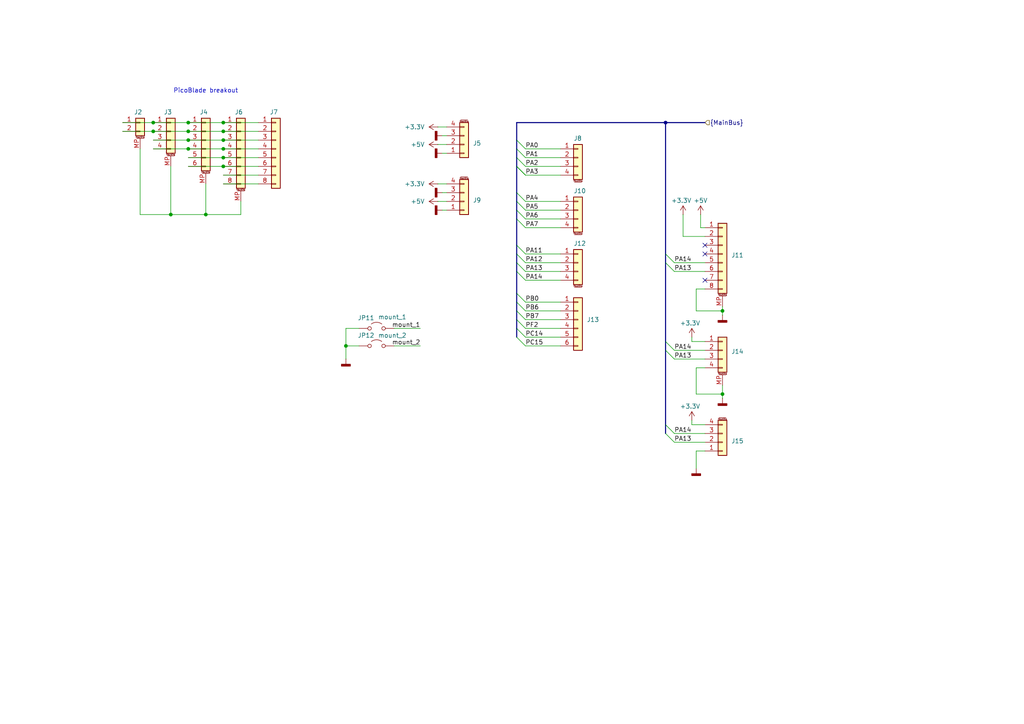
<source format=kicad_sch>
(kicad_sch (version 20231120) (generator "eeschema") (generator_version "8.0")
  (paper "A4")
  (lib_symbols
    (symbol "Conn_01x04_MountingPin_1" (pin_names (offset 1.016) hide)
      (property "Reference" "J4" (at 2.54 -0.3555 0))
      (property "Value" "Conn_01x04_MountingPin" (at 2.54 -2.8955 0))
      (symbol "Conn_01x04_MountingPin_1_1_1"
        (rectangle (start -1.27 -4.953) (end 0 -5.207) (stroke (width 0.1524)))
        (rectangle (start -1.27 -2.413) (end 0 -2.667) (stroke (width 0.1524)))
        (rectangle (start -1.27 0.127) (end 0 -0.127) (stroke (width 0.1524)))
        (rectangle (start -1.27 2.667) (end 0 2.413) (stroke (width 0.1524)))
        (rectangle (start -1.27 3.81) (end 1.27 -6.35) (stroke (width 0.254)) (fill (type background)))
        (polyline (pts (xy -1.016 -7.112) (xy 1.016 -7.112)) (stroke (width 0.1524)))
        (text "Mounting" (at 0 -6.731 0) (effects (font (size 0.381 0.381))))
        (pin passive line (at -5.08 2.54 0) (length 3.81) (name "Pin_1") (number "1"))
        (pin passive line (at -5.08 0 0) (length 3.81) (name "Pin_2") (number "2"))
        (pin passive line (at -5.08 -2.54 0) (length 3.81) (name "Pin_3") (number "3"))
        (pin passive line (at -5.08 -5.08 0) (length 3.81) (name "Pin_4") (number "4"))
      )
    )
    (symbol "Connector_Generic:Conn_01x06" (pin_names (offset 1.016) hide)
      (property "Reference" "J" (at 0 7.62 0))
      (property "Value" "Conn_01x06" (at 0 -10.16 0))
      (symbol "Conn_01x06_1_1"
        (rectangle (start -1.27 -7.493) (end 0 -7.747) (stroke (width 0.1524)))
        (rectangle (start -1.27 -4.953) (end 0 -5.207) (stroke (width 0.1524)))
        (rectangle (start -1.27 -2.413) (end 0 -2.667) (stroke (width 0.1524)))
        (rectangle (start -1.27 0.127) (end 0 -0.127) (stroke (width 0.1524)))
        (rectangle (start -1.27 2.667) (end 0 2.413) (stroke (width 0.1524)))
        (rectangle (start -1.27 5.207) (end 0 4.953) (stroke (width 0.1524)))
        (rectangle (start -1.27 6.35) (end 1.27 -8.89) (stroke (width 0.254)) (fill (type background)))
        (pin passive line (at -5.08 5.08 0) (length 3.81) (name "Pin_1") (number "1"))
        (pin passive line (at -5.08 2.54 0) (length 3.81) (name "Pin_2") (number "2"))
        (pin passive line (at -5.08 0 0) (length 3.81) (name "Pin_3") (number "3"))
        (pin passive line (at -5.08 -2.54 0) (length 3.81) (name "Pin_4") (number "4"))
        (pin passive line (at -5.08 -5.08 0) (length 3.81) (name "Pin_5") (number "5"))
        (pin passive line (at -5.08 -7.62 0) (length 3.81) (name "Pin_6") (number "6"))
      )
    )
    (symbol "Connector_Generic:Conn_01x08" (pin_names (offset 1.016) hide)
      (property "Reference" "J" (at 0 10.16 0))
      (property "Value" "Conn_01x08" (at 0 -12.7 0))
      (symbol "Conn_01x08_1_1"
        (rectangle (start -1.27 -10.033) (end 0 -10.287) (stroke (width 0.1524)))
        (rectangle (start -1.27 -7.493) (end 0 -7.747) (stroke (width 0.1524)))
        (rectangle (start -1.27 -4.953) (end 0 -5.207) (stroke (width 0.1524)))
        (rectangle (start -1.27 -2.413) (end 0 -2.667) (stroke (width 0.1524)))
        (rectangle (start -1.27 0.127) (end 0 -0.127) (stroke (width 0.1524)))
        (rectangle (start -1.27 2.667) (end 0 2.413) (stroke (width 0.1524)))
        (rectangle (start -1.27 5.207) (end 0 4.953) (stroke (width 0.1524)))
        (rectangle (start -1.27 7.747) (end 0 7.493) (stroke (width 0.1524)))
        (rectangle (start -1.27 8.89) (end 1.27 -11.43) (stroke (width 0.254)) (fill (type background)))
        (pin passive line (at -5.08 7.62 0) (length 3.81) (name "Pin_1") (number "1"))
        (pin passive line (at -5.08 5.08 0) (length 3.81) (name "Pin_2") (number "2"))
        (pin passive line (at -5.08 2.54 0) (length 3.81) (name "Pin_3") (number "3"))
        (pin passive line (at -5.08 0 0) (length 3.81) (name "Pin_4") (number "4"))
        (pin passive line (at -5.08 -2.54 0) (length 3.81) (name "Pin_5") (number "5"))
        (pin passive line (at -5.08 -5.08 0) (length 3.81) (name "Pin_6") (number "6"))
        (pin passive line (at -5.08 -7.62 0) (length 3.81) (name "Pin_7") (number "7"))
        (pin passive line (at -5.08 -10.16 0) (length 3.81) (name "Pin_8") (number "8"))
      )
    )
    (symbol "Connector_Generic_MountingPin:Conn_01x02_MountingPin" (pin_names (offset 1.016) hide)
      (property "Reference" "J" (at 0 2.54 0))
      (property "Value" "Conn_01x02_MountingPin" (at 1.27 -5.08 0))
      (symbol "Conn_01x02_MountingPin_1_1"
        (rectangle (start -1.27 -2.413) (end 0 -2.667) (stroke (width 0.1524)))
        (rectangle (start -1.27 0.127) (end 0 -0.127) (stroke (width 0.1524)))
        (rectangle (start -1.27 1.27) (end 1.27 -3.81) (stroke (width 0.254)) (fill (type background)))
        (polyline (pts (xy -1.016 -4.572) (xy 1.016 -4.572)) (stroke (width 0.1524)))
        (text "Mounting" (at 0 -4.191 0) (effects (font (size 0.381 0.381))))
        (pin passive line (at -5.08 0 0) (length 3.81) (name "Pin_1") (number "1"))
        (pin passive line (at -5.08 -2.54 0) (length 3.81) (name "Pin_2") (number "2"))
        (pin passive line (at 0 -7.62 90) (length 3.048) (name "MountPin") (number "MP"))
      )
    )
    (symbol "Connector_Generic_MountingPin:Conn_01x04_MountingPin" (pin_names (offset 1.016) hide)
      (property "Reference" "J" (at 0 5.08 0))
      (property "Value" "Conn_01x04_MountingPin" (at 1.27 -7.62 0))
      (symbol "Conn_01x04_MountingPin_1_1"
        (rectangle (start -1.27 -4.953) (end 0 -5.207) (stroke (width 0.1524)))
        (rectangle (start -1.27 -2.413) (end 0 -2.667) (stroke (width 0.1524)))
        (rectangle (start -1.27 0.127) (end 0 -0.127) (stroke (width 0.1524)))
        (rectangle (start -1.27 2.667) (end 0 2.413) (stroke (width 0.1524)))
        (rectangle (start -1.27 3.81) (end 1.27 -6.35) (stroke (width 0.254)) (fill (type background)))
        (polyline (pts (xy -1.016 -7.112) (xy 1.016 -7.112)) (stroke (width 0.1524)))
        (text "Mounting" (at 0 -6.731 0) (effects (font (size 0.381 0.381))))
        (pin passive line (at -5.08 2.54 0) (length 3.81) (name "Pin_1") (number "1"))
        (pin passive line (at -5.08 0 0) (length 3.81) (name "Pin_2") (number "2"))
        (pin passive line (at -5.08 -2.54 0) (length 3.81) (name "Pin_3") (number "3"))
        (pin passive line (at -5.08 -5.08 0) (length 3.81) (name "Pin_4") (number "4"))
        (pin passive line (at 0 -10.16 90) (length 3.048) (name "MountPin") (number "MP"))
      )
    )
    (symbol "Connector_Generic_MountingPin:Conn_01x06_MountingPin" (pin_names (offset 1.016) hide)
      (property "Reference" "J" (at 0 7.62 0))
      (property "Value" "Conn_01x06_MountingPin" (at 1.27 -10.16 0))
      (symbol "Conn_01x06_MountingPin_1_1"
        (rectangle (start -1.27 -7.493) (end 0 -7.747) (stroke (width 0.1524)))
        (rectangle (start -1.27 -4.953) (end 0 -5.207) (stroke (width 0.1524)))
        (rectangle (start -1.27 -2.413) (end 0 -2.667) (stroke (width 0.1524)))
        (rectangle (start -1.27 0.127) (end 0 -0.127) (stroke (width 0.1524)))
        (rectangle (start -1.27 2.667) (end 0 2.413) (stroke (width 0.1524)))
        (rectangle (start -1.27 5.207) (end 0 4.953) (stroke (width 0.1524)))
        (rectangle (start -1.27 6.35) (end 1.27 -8.89) (stroke (width 0.254)) (fill (type background)))
        (polyline (pts (xy -1.016 -9.652) (xy 1.016 -9.652)) (stroke (width 0.1524)))
        (text "Mounting" (at 0 -9.271 0) (effects (font (size 0.381 0.381))))
        (pin passive line (at -5.08 5.08 0) (length 3.81) (name "Pin_1") (number "1"))
        (pin passive line (at -5.08 2.54 0) (length 3.81) (name "Pin_2") (number "2"))
        (pin passive line (at -5.08 0 0) (length 3.81) (name "Pin_3") (number "3"))
        (pin passive line (at -5.08 -2.54 0) (length 3.81) (name "Pin_4") (number "4"))
        (pin passive line (at -5.08 -5.08 0) (length 3.81) (name "Pin_5") (number "5"))
        (pin passive line (at -5.08 -7.62 0) (length 3.81) (name "Pin_6") (number "6"))
        (pin passive line (at 0 -12.7 90) (length 3.048) (name "MountPin") (number "MP"))
      )
    )
    (symbol "Connector_Generic_MountingPin:Conn_01x08_MountingPin" (pin_names (offset 1.016) hide)
      (property "Reference" "J" (at 0 10.16 0))
      (property "Value" "Conn_01x08_MountingPin" (at 1.27 -12.7 0))
      (symbol "Conn_01x08_MountingPin_1_1"
        (rectangle (start -1.27 -10.033) (end 0 -10.287) (stroke (width 0.1524)))
        (rectangle (start -1.27 -7.493) (end 0 -7.747) (stroke (width 0.1524)))
        (rectangle (start -1.27 -4.953) (end 0 -5.207) (stroke (width 0.1524)))
        (rectangle (start -1.27 -2.413) (end 0 -2.667) (stroke (width 0.1524)))
        (rectangle (start -1.27 0.127) (end 0 -0.127) (stroke (width 0.1524)))
        (rectangle (start -1.27 2.667) (end 0 2.413) (stroke (width 0.1524)))
        (rectangle (start -1.27 5.207) (end 0 4.953) (stroke (width 0.1524)))
        (rectangle (start -1.27 7.747) (end 0 7.493) (stroke (width 0.1524)))
        (rectangle (start -1.27 8.89) (end 1.27 -11.43) (stroke (width 0.254)) (fill (type background)))
        (polyline (pts (xy -1.016 -12.192) (xy 1.016 -12.192)) (stroke (width 0.1524)))
        (text "Mounting" (at 0 -11.811 0) (effects (font (size 0.381 0.381))))
        (pin passive line (at -5.08 7.62 0) (length 3.81) (name "Pin_1") (number "1"))
        (pin passive line (at -5.08 5.08 0) (length 3.81) (name "Pin_2") (number "2"))
        (pin passive line (at -5.08 2.54 0) (length 3.81) (name "Pin_3") (number "3"))
        (pin passive line (at -5.08 0 0) (length 3.81) (name "Pin_4") (number "4"))
        (pin passive line (at -5.08 -2.54 0) (length 3.81) (name "Pin_5") (number "5"))
        (pin passive line (at -5.08 -5.08 0) (length 3.81) (name "Pin_6") (number "6"))
        (pin passive line (at -5.08 -7.62 0) (length 3.81) (name "Pin_7") (number "7"))
        (pin passive line (at -5.08 -10.16 0) (length 3.81) (name "Pin_8") (number "8"))
        (pin passive line (at 0 -15.24 90) (length 3.048) (name "MountPin") (number "MP"))
      )
    )
    (symbol "Jumper:Jumper_2_Open" (pin_numbers hide) (pin_names (offset 0) hide) (exclude_from_sim yes)
      (property "Reference" "JP" (at 0 2.794 0))
      (property "Value" "Jumper_2_Open" (at 0 -2.286 0))
      (symbol "Jumper_2_Open_0_0"
        (circle (center -2.032 0) (radius 0.508))
        (circle (center 2.032 0) (radius 0.508))
      )
      (symbol "Jumper_2_Open_0_1"
        (arc (start 1.524 1.27) (mid 0 1.778) (end -1.524 1.27))
      )
      (symbol "Jumper_2_Open_1_1"
        (pin passive line (at -5.08 0 0) (length 2.54) (name "A") (number "1"))
        (pin passive line (at 5.08 0 180) (length 2.54) (name "B") (number "2"))
      )
    )
    (symbol "power:+3.3V" (power) (pin_numbers hide) (pin_names (offset 0) hide)
      (property "Value" "+3.3V" (at 0 3.556 0))
      (symbol "+3.3V_0_1"
        (polyline (pts (xy -0.762 1.27) (xy 0 2.54)))
        (polyline (pts (xy 0 0) (xy 0 2.54)))
        (polyline (pts (xy 0 2.54) (xy 0.762 1.27)))
      )
      (symbol "+3.3V_1_1"
        (pin power_in line (at 0 0 90) (length 0) (name "~") (number "1"))
      )
    )
    (symbol "power:+5V" (power) (pin_numbers hide) (pin_names (offset 0) hide)
      (property "Value" "+5V" (at 0 3.556 0))
      (symbol "+5V_0_1"
        (polyline (pts (xy -0.762 1.27) (xy 0 2.54)))
        (polyline (pts (xy 0 0) (xy 0 2.54)))
        (polyline (pts (xy 0 2.54) (xy 0.762 1.27)))
      )
      (symbol "+5V_1_1"
        (pin power_in line (at 0 0 90) (length 0) (name "~") (number "1"))
      )
    )
    (symbol "power:GNDD" (power) (pin_numbers hide) (pin_names (offset 0) hide)
      (property "Value" "GNDD" (at 0 -3.175 0))
      (symbol "GNDD_0_1"
        (rectangle (start -1.27 -1.524) (end 1.27 -2.032) (stroke (width 0.254)) (fill (type outline)))
        (polyline (pts (xy 0 0) (xy 0 -1.524)))
      )
      (symbol "GNDD_1_1"
        (pin power_in line (at 0 0 270) (length 0) (name "~") (number "1"))
      )
    )
  )
  (junction (at 193.04 35.56))
  (junction (at 54.61 43.18))
  (junction (at 64.77 43.18))
  (junction (at 44.45 38.1))
  (junction (at 54.61 38.1))
  (junction (at 59.69 62.23))
  (junction (at 64.77 48.26))
  (junction (at 44.45 35.56))
  (junction (at 64.77 40.64))
  (junction (at 64.77 35.56))
  (junction (at 100.33 100.33))
  (junction (at 54.61 40.64))
  (junction (at 209.55 114.3))
  (junction (at 209.55 90.17))
  (junction (at 54.61 35.56))
  (junction (at 64.77 38.1))
  (junction (at 49.53 62.23))
  (junction (at 64.77 45.72))
  (no_connect (at 204.47 73.66))
  (no_connect (at 204.47 81.28))
  (no_connect (at 204.47 71.12))
  (bus_entry (at 149.86 71.12) (size 2.54 2.54))
  (bus_entry (at 149.86 76.2) (size 2.54 2.54))
  (bus_entry (at 149.86 40.64) (size 2.54 2.54))
  (bus_entry (at 149.86 55.88) (size 2.54 2.54))
  (bus_entry (at 149.86 58.42) (size 2.54 2.54))
  (bus_entry (at 149.86 60.96) (size 2.54 2.54))
  (bus_entry (at 149.86 97.79) (size 2.54 2.54))
  (bus_entry (at 193.04 99.06) (size 2.54 2.54))
  (bus_entry (at 149.86 45.72) (size 2.54 2.54))
  (bus_entry (at 149.86 73.66) (size 2.54 2.54))
  (bus_entry (at 149.86 85.09) (size 2.54 2.54))
  (bus_entry (at 149.86 78.74) (size 2.54 2.54))
  (bus_entry (at 193.04 125.73) (size 2.54 2.54))
  (bus_entry (at 149.86 43.18) (size 2.54 2.54))
  (bus_entry (at 193.04 76.2) (size 2.54 2.54))
  (bus_entry (at 149.86 90.17) (size 2.54 2.54))
  (bus_entry (at 149.86 95.25) (size 2.54 2.54))
  (bus_entry (at 149.86 63.5) (size 2.54 2.54))
  (bus_entry (at 149.86 92.71) (size 2.54 2.54))
  (bus_entry (at 193.04 123.19) (size 2.54 2.54))
  (bus_entry (at 149.86 48.26) (size 2.54 2.54))
  (bus_entry (at 193.04 73.66) (size 2.54 2.54))
  (bus_entry (at 149.86 87.63) (size 2.54 2.54))
  (bus_entry (at 193.04 101.6) (size 2.54 2.54))
  (wire (pts (xy 44.45 43.18) (xy 54.61 43.18)))
  (wire (pts (xy 152.4 50.8) (xy 162.56 50.8)))
  (wire (pts (xy 100.33 100.33) (xy 100.33 104.14)))
  (wire (pts (xy 127 53.34) (xy 129.54 53.34)))
  (wire (pts (xy 152.4 43.18) (xy 162.56 43.18)))
  (wire (pts (xy 149.86 48.26) (xy 152.4 50.8)))
  (wire (pts (xy 64.77 43.18) (xy 74.93 43.18)))
  (wire (pts (xy 59.69 62.23) (xy 69.85 62.23)))
  (bus (pts (xy 149.86 40.64) (xy 149.86 43.18)))
  (wire (pts (xy 44.45 40.64) (xy 54.61 40.64)))
  (wire (pts (xy 195.58 78.74) (xy 204.47 78.74)))
  (bus (pts (xy 149.86 73.66) (xy 149.86 76.2)))
  (bus (pts (xy 149.86 55.88) (xy 149.86 58.42)))
  (wire (pts (xy 152.4 58.42) (xy 162.56 58.42)))
  (wire (pts (xy 200.66 99.06) (xy 204.47 99.06)))
  (wire (pts (xy 201.93 83.82) (xy 201.93 90.17)))
  (bus (pts (xy 149.86 95.25) (xy 149.86 97.79)))
  (wire (pts (xy 35.56 38.1) (xy 44.45 38.1)))
  (bus (pts (xy 193.04 99.06) (xy 193.04 101.6)))
  (wire (pts (xy 54.61 45.72) (xy 64.77 45.72)))
  (wire (pts (xy 64.77 50.8) (xy 74.93 50.8)))
  (bus (pts (xy 149.86 92.71) (xy 149.86 95.25)))
  (wire (pts (xy 104.14 95.25) (xy 100.33 95.25)))
  (wire (pts (xy 54.61 38.1) (xy 64.77 38.1)))
  (wire (pts (xy 203.2 66.04) (xy 204.47 66.04)))
  (wire (pts (xy 54.61 35.56) (xy 64.77 35.56)))
  (wire (pts (xy 64.77 45.72) (xy 74.93 45.72)))
  (wire (pts (xy 40.64 62.23) (xy 49.53 62.23)))
  (bus (pts (xy 193.04 35.56) (xy 193.04 73.66)))
  (wire (pts (xy 195.58 104.14) (xy 204.47 104.14)))
  (wire (pts (xy 44.45 35.56) (xy 54.61 35.56)))
  (wire (pts (xy 152.4 48.26) (xy 162.56 48.26)))
  (wire (pts (xy 49.53 48.26) (xy 49.53 62.23)))
  (wire (pts (xy 54.61 48.26) (xy 64.77 48.26)))
  (wire (pts (xy 195.58 76.2) (xy 204.47 76.2)))
  (wire (pts (xy 64.77 53.34) (xy 74.93 53.34)))
  (wire (pts (xy 195.58 101.6) (xy 204.47 101.6)))
  (wire (pts (xy 64.77 35.56) (xy 74.93 35.56)))
  (wire (pts (xy 152.4 45.72) (xy 162.56 45.72)))
  (wire (pts (xy 204.47 130.81) (xy 201.93 130.81)))
  (wire (pts (xy 152.4 66.04) (xy 162.56 66.04)))
  (wire (pts (xy 152.4 60.96) (xy 162.56 60.96)))
  (wire (pts (xy 64.77 38.1) (xy 74.93 38.1)))
  (wire (pts (xy 54.61 40.64) (xy 64.77 40.64)))
  (bus (pts (xy 193.04 101.6) (xy 193.04 123.19)))
  (wire (pts (xy 201.93 130.81) (xy 201.93 135.89)))
  (bus (pts (xy 149.86 87.63) (xy 149.86 90.17)))
  (wire (pts (xy 152.4 63.5) (xy 162.56 63.5)))
  (wire (pts (xy 128.27 60.96) (xy 129.54 60.96)))
  (bus (pts (xy 149.86 63.5) (xy 149.86 71.12)))
  (wire (pts (xy 40.64 43.18) (xy 40.64 62.23)))
  (bus (pts (xy 204.47 35.56) (xy 193.04 35.56)))
  (wire (pts (xy 209.55 114.3) (xy 209.55 115.57)))
  (wire (pts (xy 209.55 91.44) (xy 209.55 90.17)))
  (wire (pts (xy 201.93 90.17) (xy 209.55 90.17)))
  (wire (pts (xy 200.66 97.79) (xy 200.66 99.06)))
  (bus (pts (xy 149.86 85.09) (xy 149.86 87.63)))
  (wire (pts (xy 152.4 87.63) (xy 162.56 87.63)))
  (wire (pts (xy 195.58 128.27) (xy 204.47 128.27)))
  (wire (pts (xy 152.4 73.66) (xy 162.56 73.66)))
  (wire (pts (xy 200.66 123.19) (xy 204.47 123.19)))
  (bus (pts (xy 149.86 45.72) (xy 149.86 48.26)))
  (wire (pts (xy 114.3 95.25) (xy 121.92 95.25)))
  (bus (pts (xy 149.86 76.2) (xy 149.86 78.74)))
  (wire (pts (xy 128.27 44.45) (xy 129.54 44.45)))
  (wire (pts (xy 198.12 68.58) (xy 204.47 68.58)))
  (wire (pts (xy 127 58.42) (xy 129.54 58.42)))
  (wire (pts (xy 152.4 81.28) (xy 162.56 81.28)))
  (wire (pts (xy 200.66 121.92) (xy 200.66 123.19)))
  (bus (pts (xy 193.04 73.66) (xy 193.04 76.2)))
  (wire (pts (xy 100.33 95.25) (xy 100.33 100.33)))
  (wire (pts (xy 35.56 35.56) (xy 44.45 35.56)))
  (bus (pts (xy 193.04 76.2) (xy 193.04 99.06)))
  (wire (pts (xy 152.4 76.2) (xy 162.56 76.2)))
  (wire (pts (xy 152.4 78.74) (xy 162.56 78.74)))
  (wire (pts (xy 54.61 43.18) (xy 64.77 43.18)))
  (wire (pts (xy 195.58 125.73) (xy 204.47 125.73)))
  (wire (pts (xy 64.77 40.64) (xy 74.93 40.64)))
  (bus (pts (xy 193.04 35.56) (xy 149.86 35.56)))
  (wire (pts (xy 128.27 55.88) (xy 129.54 55.88)))
  (bus (pts (xy 149.86 90.17) (xy 149.86 92.71)))
  (wire (pts (xy 152.4 95.25) (xy 162.56 95.25)))
  (wire (pts (xy 69.85 62.23) (xy 69.85 58.42)))
  (wire (pts (xy 152.4 92.71) (xy 162.56 92.71)))
  (bus (pts (xy 149.86 78.74) (xy 149.86 85.09)))
  (bus (pts (xy 149.86 43.18) (xy 149.86 45.72)))
  (wire (pts (xy 204.47 83.82) (xy 201.93 83.82)))
  (wire (pts (xy 152.4 100.33) (xy 162.56 100.33)))
  (wire (pts (xy 209.55 114.3) (xy 209.55 111.76)))
  (wire (pts (xy 104.14 100.33) (xy 100.33 100.33)))
  (wire (pts (xy 152.4 90.17) (xy 162.56 90.17)))
  (wire (pts (xy 198.12 62.23) (xy 198.12 68.58)))
  (wire (pts (xy 127 36.83) (xy 129.54 36.83)))
  (wire (pts (xy 64.77 48.26) (xy 74.93 48.26)))
  (wire (pts (xy 201.93 106.68) (xy 201.93 114.3)))
  (wire (pts (xy 201.93 114.3) (xy 209.55 114.3)))
  (bus (pts (xy 193.04 123.19) (xy 193.04 125.73)))
  (wire (pts (xy 204.47 106.68) (xy 201.93 106.68)))
  (wire (pts (xy 203.2 62.23) (xy 203.2 66.04)))
  (bus (pts (xy 149.86 48.26) (xy 149.86 55.88)))
  (wire (pts (xy 44.45 38.1) (xy 54.61 38.1)))
  (wire (pts (xy 209.55 90.17) (xy 209.55 88.9)))
  (bus (pts (xy 149.86 58.42) (xy 149.86 60.96)))
  (bus (pts (xy 149.86 35.56) (xy 149.86 40.64)))
  (bus (pts (xy 149.86 71.12) (xy 149.86 73.66)))
  (wire (pts (xy 49.53 62.23) (xy 59.69 62.23)))
  (wire (pts (xy 127 41.91) (xy 129.54 41.91)))
  (wire (pts (xy 128.27 39.37) (xy 129.54 39.37)))
  (wire (pts (xy 114.3 100.33) (xy 121.92 100.33)))
  (bus (pts (xy 149.86 60.96) (xy 149.86 63.5)))
  (wire (pts (xy 152.4 97.79) (xy 162.56 97.79)))
  (wire (pts (xy 59.69 53.34) (xy 59.69 62.23)))
  (text "PicoBlade breakout" (at 59.69 26.416 0) (effects (font (size 1.27 1.27))))
  (label "PB6" (at 152.4 90.17 0))
  (label "mount_1" (at 121.92 95.25 180))
  (label "PA2" (at 152.4 48.26 0))
  (label "PA13" (at 195.58 104.14 0))
  (label "PA14" (at 195.58 125.73 0))
  (label "PA14" (at 195.58 101.6 0))
  (label "PA13" (at 195.58 128.27 0))
  (label "PA11" (at 152.4 73.66 0))
  (label "PF2" (at 152.4 95.25 0))
  (label "PC15" (at 152.4 100.33 0))
  (label "PB0" (at 152.4 87.63 0))
  (label "PA6" (at 152.4 63.5 0))
  (label "PA3" (at 152.4 50.8 0))
  (label "PA4" (at 152.4 58.42 0))
  (label "PB7" (at 152.4 92.71 0))
  (label "PA13" (at 152.4 78.74 0))
  (label "PA14" (at 195.58 76.2 0))
  (label "PA12" (at 152.4 76.2 0))
  (label "PA13" (at 195.58 78.74 0))
  (label "PA0" (at 152.4 43.18 0))
  (label "PA14" (at 152.4 81.28 0))
  (label "PC14" (at 152.4 97.79 0))
  (label "PA5" (at 152.4 60.96 0))
  (label "mount_2" (at 121.92 100.33 180))
  (label "PA7" (at 152.4 66.04 0))
  (label "PA1" (at 152.4 45.72 0))
  (hierarchical_label "{MainBus}" (shape input) (at 204.47 35.56 0))
  (symbol (lib_name "Conn_01x04_MountingPin_1") (lib_id "Connector_Generic_MountingPin:Conn_01x04_MountingPin") (at 134.62 41.91 0) (mirror x) (unit 1)
    (property "Reference" "J5" (at 137.16 41.5545 0) (effects (justify left)))
    (property "Value" "Conn_01x04_MountingPin" (effects (hide yes)))
    (property "Footprint" "Connector_PinHeader_2.54mm:PinHeader_1x04_P2.54mm_Vertical" (effects (hide yes)))
    (property "Description" "Generic connectable mounting pin connector, single row, 01x04, script generated (kicad-library-utils/schlib/autogen/connector/)" (effects (hide yes)))
  )
  (symbol (lib_id "power:GNDD") (at 128.27 44.45 270) (unit 1)
    (property "Reference" "#PWR041" (effects (hide yes)))
    (property "Value" "GNDD" (effects (hide yes)))
    (property "Description" "Power symbol creates a global label with name \"GNDD\" , digital ground" (effects (hide yes)))
  )
  (symbol (lib_id "power:GNDD") (at 128.27 39.37 270) (unit 1)
    (property "Reference" "#PWR039" (effects (hide yes)))
    (property "Value" "GNDD" (effects (hide yes)))
    (property "Description" "Power symbol creates a global label with name \"GNDD\" , digital ground" (effects (hide yes)))
  )
  (symbol (lib_name "Conn_01x04_MountingPin_1") (lib_id "Connector_Generic_MountingPin:Conn_01x04_MountingPin") (at 209.55 128.27 0) (mirror x) (unit 1)
    (property "Reference" "J15" (at 212.09 127.9145 0) (effects (justify left)))
    (property "Value" "Conn_01x04_MountingPin" (effects (hide yes)))
    (property "Footprint" "Connector_PinHeader_2.54mm:PinHeader_1x04_P2.54mm_Vertical" (effects (hide yes)))
    (property "Description" "Generic connectable mounting pin connector, single row, 01x04, script generated (kicad-library-utils/schlib/autogen/connector/)" (effects (hide yes)))
  )
  (symbol (lib_name "Conn_01x04_MountingPin_1") (lib_id "Connector_Generic_MountingPin:Conn_01x04_MountingPin") (at 167.64 45.72 0) (unit 1)
    (property "Reference" "J8" (at 166.37 40.132 0) (effects (justify left)))
    (property "Value" "Conn_01x04_MountingPin" (effects (hide yes)))
    (property "Footprint" "Connector_PinHeader_2.54mm:PinHeader_1x04_P2.54mm_Vertical" (effects (hide yes)))
    (property "Description" "Generic connectable mounting pin connector, single row, 01x04, script generated (kicad-library-utils/schlib/autogen/connector/)" (effects (hide yes)))
  )
  (symbol (lib_id "power:+3.3V") (at 127 53.34 90) (unit 1)
    (property "Reference" "#PWR042" (effects (hide yes)))
    (property "Value" "+3.3V" (at 123.19 53.3399 90) (effects (justify left)))
    (property "Description" "Power symbol creates a global label with name \"+3.3V\"" (effects (hide yes)))
  )
  (symbol (lib_id "Jumper:Jumper_2_Open") (at 109.22 95.25 0) (unit 1) (exclude_from_sim yes)
    (property "Reference" "JP11" (at 106.172 92.202 0))
    (property "Value" "mount_1" (at 113.792 91.948 0))
    (property "Footprint" "LocalLib:Jumper_0603" (effects (hide yes)))
    (property "Description" "Jumper, 2-pole, open" (effects (hide yes)))
  )
  (symbol (lib_id "Connector_Generic_MountingPin:Conn_01x04_MountingPin") (at 49.53 38.1 0) (unit 1)
    (property "Reference" "J3" (at 47.498 32.512 0) (effects (justify left)))
    (property "Value" "Conn_01x04_MountingPin" (effects (hide yes)))
    (property "Footprint" "Connector_Molex:Molex_PicoBlade_53261-0471_1x04-1MP_P1.25mm_Horizontal" (effects (hide yes)))
    (property "Description" "Generic connectable mounting pin connector, single row, 01x04, script generated (kicad-library-utils/schlib/autogen/connector/)" (effects (hide yes)))
  )
  (symbol (lib_id "Connector_Generic:Conn_01x06") (at 167.64 92.71 0) (unit 1)
    (property "Reference" "J13" (at 170.18 92.7099 0) (effects (justify left)))
    (property "Value" "Conn_01x06" (effects (hide yes)))
    (property "Footprint" "Connector_PinHeader_2.54mm:PinHeader_1x06_P2.54mm_Vertical" (effects (hide yes)))
    (property "Description" "Generic connector, single row, 01x06, script generated (kicad-library-utils/schlib/autogen/connector/)" (effects (hide yes)))
  )
  (symbol (lib_id "power:GNDD") (at 201.93 135.89 0) (unit 1)
    (property "Reference" "#PWR053" (effects (hide yes)))
    (property "Value" "GNDD" (effects (hide yes)))
    (property "Description" "Power symbol creates a global label with name \"GNDD\" , digital ground" (effects (hide yes)))
  )
  (symbol (lib_id "power:GNDD") (at 100.33 104.14 0) (unit 1)
    (property "Reference" "#PWR050" (effects (hide yes)))
    (property "Value" "GNDD" (effects (hide yes)))
    (property "Description" "Power symbol creates a global label with name \"GNDD\" , digital ground" (effects (hide yes)))
  )
  (symbol (lib_id "power:+3.3V") (at 200.66 121.92 0) (unit 1)
    (property "Reference" "#PWR052" (effects (hide yes)))
    (property "Value" "+3.3V" (at 200.152 117.856 0))
    (property "Description" "Power symbol creates a global label with name \"+3.3V\"" (effects (hide yes)))
  )
  (symbol (lib_id "power:+5V") (at 203.2 62.23 0) (unit 1)
    (property "Reference" "#PWR047" (effects (hide yes)))
    (property "Value" "+5V" (at 203.2 58.166 0))
    (property "Description" "Power symbol creates a global label with name \"+5V\"" (effects (hide yes)))
  )
  (symbol (lib_id "power:GNDD") (at 209.55 91.44 0) (unit 1)
    (property "Reference" "#PWR048" (effects (hide yes)))
    (property "Value" "GNDD" (effects (hide yes)))
    (property "Description" "Power symbol creates a global label with name \"GNDD\" , digital ground" (effects (hide yes)))
  )
  (symbol (lib_name "Conn_01x04_MountingPin_1") (lib_id "Connector_Generic_MountingPin:Conn_01x04_MountingPin") (at 167.64 60.96 0) (unit 1)
    (property "Reference" "J10" (at 166.37 55.372 0) (effects (justify left)))
    (property "Value" "Conn_01x04_MountingPin" (effects (hide yes)))
    (property "Footprint" "Connector_PinHeader_2.54mm:PinHeader_1x04_P2.54mm_Vertical" (effects (hide yes)))
    (property "Description" "Generic connectable mounting pin connector, single row, 01x04, script generated (kicad-library-utils/schlib/autogen/connector/)" (effects (hide yes)))
  )
  (symbol (lib_id "Connector_Generic_MountingPin:Conn_01x06_MountingPin") (at 59.69 40.64 0) (unit 1)
    (property "Reference" "J4" (at 57.912 32.512 0) (effects (justify left)))
    (property "Value" "Conn_01x06_MountingPin" (effects (hide yes)))
    (property "Footprint" "Connector_Molex:Molex_PicoBlade_53261-0671_1x06-1MP_P1.25mm_Horizontal" (effects (hide yes)))
    (property "Description" "Generic connectable mounting pin connector, single row, 01x06, script generated (kicad-library-utils/schlib/autogen/connector/)" (effects (hide yes)))
  )
  (symbol (lib_id "power:GNDD") (at 209.55 115.57 0) (unit 1)
    (property "Reference" "#PWR051" (effects (hide yes)))
    (property "Value" "GNDD" (effects (hide yes)))
    (property "Description" "Power symbol creates a global label with name \"GNDD\" , digital ground" (effects (hide yes)))
  )
  (symbol (lib_id "power:+5V") (at 127 58.42 90) (unit 1)
    (property "Reference" "#PWR044" (effects (hide yes)))
    (property "Value" "+5V" (at 123.19 58.4199 90) (effects (justify left)))
    (property "Description" "Power symbol creates a global label with name \"+5V\"" (effects (hide yes)))
  )
  (symbol (lib_id "Connector_Generic_MountingPin:Conn_01x04_MountingPin") (at 209.55 101.6 0) (unit 1)
    (property "Reference" "J14" (at 212.09 101.9555 0) (effects (justify left)))
    (property "Value" "Conn_01x04_MountingPin" (effects (hide yes)))
    (property "Footprint" "Connector_Molex:Molex_PicoBlade_53261-0471_1x04-1MP_P1.25mm_Horizontal" (effects (hide yes)))
    (property "Description" "Generic connectable mounting pin connector, single row, 01x04, script generated (kicad-library-utils/schlib/autogen/connector/)" (effects (hide yes)))
  )
  (symbol (lib_id "Connector_Generic:Conn_01x08") (at 80.01 43.18 0) (unit 1)
    (property "Reference" "J7" (at 78.232 32.512 0) (effects (justify left)))
    (property "Value" "Conn_01x08" (effects (hide yes)))
    (property "Footprint" "Connector_PinHeader_2.54mm:PinHeader_1x08_P2.54mm_Vertical" (effects (hide yes)))
    (property "Description" "Generic connector, single row, 01x08, script generated (kicad-library-utils/schlib/autogen/connector/)" (effects (hide yes)))
  )
  (symbol (lib_id "Jumper:Jumper_2_Open") (at 109.22 100.33 0) (unit 1) (exclude_from_sim yes)
    (property "Reference" "JP12" (at 106.172 97.282 0))
    (property "Value" "mount_2" (at 113.792 97.282 0))
    (property "Footprint" "LocalLib:Jumper_0603" (effects (hide yes)))
    (property "Description" "Jumper, 2-pole, open" (effects (hide yes)))
  )
  (symbol (lib_name "Conn_01x04_MountingPin_1") (lib_id "Connector_Generic_MountingPin:Conn_01x04_MountingPin") (at 167.64 76.2 0) (unit 1)
    (property "Reference" "J12" (at 166.37 70.612 0) (effects (justify left)))
    (property "Value" "Conn_01x04_MountingPin" (effects (hide yes)))
    (property "Footprint" "Connector_PinHeader_2.54mm:PinHeader_1x04_P2.54mm_Vertical" (effects (hide yes)))
    (property "Description" "Generic connectable mounting pin connector, single row, 01x04, script generated (kicad-library-utils/schlib/autogen/connector/)" (effects (hide yes)))
  )
  (symbol (lib_name "Conn_01x04_MountingPin_1") (lib_id "Connector_Generic_MountingPin:Conn_01x04_MountingPin") (at 134.62 58.42 0) (mirror x) (unit 1)
    (property "Reference" "J9" (at 137.16 58.0645 0) (effects (justify left)))
    (property "Value" "Conn_01x04_MountingPin" (effects (hide yes)))
    (property "Footprint" "Connector_PinHeader_2.54mm:PinHeader_1x04_P2.54mm_Vertical" (effects (hide yes)))
    (property "Description" "Generic connectable mounting pin connector, single row, 01x04, script generated (kicad-library-utils/schlib/autogen/connector/)" (effects (hide yes)))
  )
  (symbol (lib_id "power:GNDD") (at 128.27 60.96 270) (unit 1)
    (property "Reference" "#PWR045" (effects (hide yes)))
    (property "Value" "GNDD" (effects (hide yes)))
    (property "Description" "Power symbol creates a global label with name \"GNDD\" , digital ground" (effects (hide yes)))
  )
  (symbol (lib_id "power:+3.3V") (at 200.66 97.79 0) (unit 1)
    (property "Reference" "#PWR049" (effects (hide yes)))
    (property "Value" "+3.3V" (at 200.152 93.726 0))
    (property "Description" "Power symbol creates a global label with name \"+3.3V\"" (effects (hide yes)))
  )
  (symbol (lib_id "Connector_Generic_MountingPin:Conn_01x02_MountingPin") (at 40.64 35.56 0) (unit 1)
    (property "Reference" "J2" (at 38.862 32.512 0) (effects (justify left)))
    (property "Value" "Conn_01x02_MountingPin" (effects (hide yes)))
    (property "Footprint" "Connector_Molex:Molex_PicoBlade_53261-0271_1x02-1MP_P1.25mm_Horizontal" (effects (hide yes)))
    (property "Description" "Generic connectable mounting pin connector, single row, 01x02, script generated (kicad-library-utils/schlib/autogen/connector/)" (effects (hide yes)))
  )
  (symbol (lib_id "Connector_Generic_MountingPin:Conn_01x08_MountingPin") (at 209.55 73.66 0) (unit 1)
    (property "Reference" "J11" (at 212.09 74.0155 0) (effects (justify left)))
    (property "Value" "Conn_01x08_MountingPin" (effects (hide yes)))
    (property "Footprint" "Connector_Molex:Molex_PicoBlade_53261-0871_1x08-1MP_P1.25mm_Horizontal" (effects (hide yes)))
    (property "Description" "Generic connectable mounting pin connector, single row, 01x08, script generated (kicad-library-utils/schlib/autogen/connector/)" (effects (hide yes)))
  )
  (symbol (lib_id "power:+3.3V") (at 127 36.83 90) (unit 1)
    (property "Reference" "#PWR038" (effects (hide yes)))
    (property "Value" "+3.3V" (at 123.19 36.8299 90) (effects (justify left)))
    (property "Description" "Power symbol creates a global label with name \"+3.3V\"" (effects (hide yes)))
  )
  (symbol (lib_id "power:+3.3V") (at 198.12 62.23 0) (unit 1)
    (property "Reference" "#PWR046" (effects (hide yes)))
    (property "Value" "+3.3V" (at 197.612 58.166 0))
    (property "Description" "Power symbol creates a global label with name \"+3.3V\"" (effects (hide yes)))
  )
  (symbol (lib_id "power:GNDD") (at 128.27 55.88 270) (unit 1)
    (property "Reference" "#PWR043" (effects (hide yes)))
    (property "Value" "GNDD" (effects (hide yes)))
    (property "Description" "Power symbol creates a global label with name \"GNDD\" , digital ground" (effects (hide yes)))
  )
  (symbol (lib_id "power:+5V") (at 127 41.91 90) (unit 1)
    (property "Reference" "#PWR040" (effects (hide yes)))
    (property "Value" "+5V" (at 123.19 41.9099 90) (effects (justify left)))
    (property "Description" "Power symbol creates a global label with name \"+5V\"" (effects (hide yes)))
  )
  (symbol (lib_id "Connector_Generic_MountingPin:Conn_01x08_MountingPin") (at 69.85 43.18 0) (unit 1)
    (property "Reference" "J6" (at 68.072 32.512 0) (effects (justify left)))
    (property "Value" "Conn_01x08_MountingPin" (effects (hide yes)))
    (property "Footprint" "Connector_Molex:Molex_PicoBlade_53261-0871_1x08-1MP_P1.25mm_Horizontal" (effects (hide yes)))
    (property "Description" "Generic connectable mounting pin connector, single row, 01x08, script generated (kicad-library-utils/schlib/autogen/connector/)" (effects (hide yes)))
  )
)
</source>
